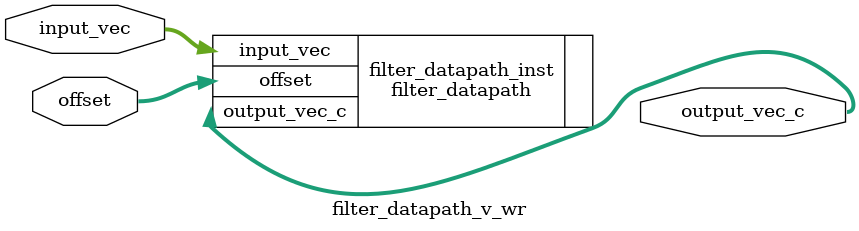
<source format=v>
`timescale 1ns / 1ps


module filter_datapath_v_wr(
    input_vec,
    output_vec_c,
    offset
);

    localparam INPUT_WIDTH = 128;
    localparam PIX_WIDTH_W_PADD = 32; //PIXEL width with padding 
    localparam PIX_WIDTH_WITHOUT_PADD = 24;
    localparam OUTPUT_WIDTH = 72;
    input wire [1:0] offset;
    input wire [ INPUT_WIDTH-1:0] input_vec;
    output wire [OUTPUT_WIDTH-1:0] output_vec_c;
    


filter_datapath filter_datapath_inst (

.offset(offset),
.input_vec(input_vec),
.output_vec_c(output_vec_c)


    );




endmodule

</source>
